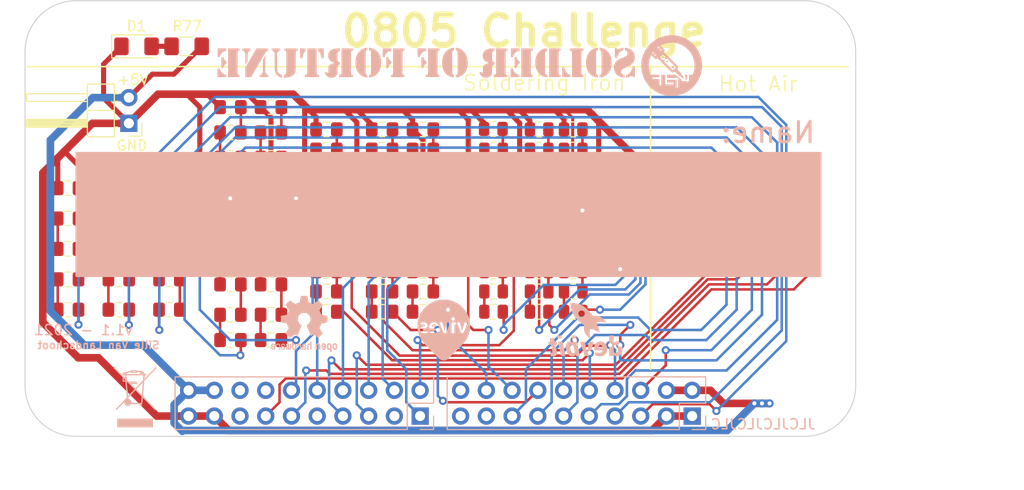
<source format=kicad_pcb>
(kicad_pcb (version 20201116) (generator pcbnew)
  (layers (0 "F.Cu" signal) (31 "B.Cu" signal) (34 "B.Paste" user) (35 "F.Paste" user) (36 "B.SilkS" user "B.Silkscreen") (37 "F.SilkS" user "F.Silkscreen") (38 "B.Mask" user) (39 "F.Mask" user) (44 "Edge.Cuts" user))
  (net 0 "")
  (net 1 "/1P")
  (net 2 "/1G")
  (net 3 "/1F")
  (net 4 "/1E")
  (net 5 "/1D")
  (net 6 "/1C")
  (net 7 "/2A")
  (net 8 "Net-(D1-Pad2)")
  (net 9 "/3A")
  (net 10 "/2P")
  (net 11 "/4A")
  (net 12 "/2G")
  (net 13 "/2F")
  (net 14 "/2E")
  (net 15 "/2D")
  (net 16 "/2C")
  (net 17 "/2B")
  (net 18 "/3P")
  (net 19 "/4P")
  (net 20 "/3G")
  (net 21 "/4G")
  (net 22 "/3F")
  (net 23 "/4F")
  (net 24 "/3E")
  (net 25 "/4E")
  (net 26 "/3D")
  (net 27 "/4D")
  (net 28 "/3C")
  (net 29 "/4C")
  (net 30 "/3B")
  (net 31 "/4B")
  (net 32 "Net-(R1-Pad1)")
  (net 33 "Net-(R2-Pad1)")
  (net 34 "Net-(R22-Pad2)")
  (net 35 "Net-(R23-Pad2)")
  (net 36 "Net-(R24-Pad2)")
  (net 37 "Net-(R25-Pad2)")
  (net 38 "Net-(R26-Pad2)")
  (net 39 "/1B")
  (net 40 "/1A")
  (net 41 "+5V")
  (net 42 "GND")
  (net 43 "Net-(R27-Pad2)")
  (net 44 "Net-(R28-Pad2)")
  (net 45 "Net-(R10-Pad1)")
  (net 46 "Net-(R11-Pad1)")
  (net 47 "Net-(R12-Pad1)")
  (net 48 "Net-(R13-Pad1)")
  (net 49 "Net-(R14-Pad1)")
  (net 50 "Net-(R15-Pad1)")
  (net 51 "Net-(R16-Pad1)")
  (net 52 "Net-(R17-Pad1)")
  (net 53 "Net-(R18-Pad1)")
  (net 54 "Net-(R19-Pad1)")
  (net 55 "Net-(R20-Pad1)")
  (net 56 "Net-(R21-Pad1)")
  (net 57 "Net-(R22-Pad1)")
  (net 58 "Net-(R23-Pad1)")
  (net 59 "Net-(R24-Pad1)")
  (net 60 "Net-(R25-Pad1)")
  (net 61 "Net-(R26-Pad1)")
  (net 62 "Net-(R27-Pad1)")
  (net 63 "Net-(R28-Pad1)")
  (net 64 "Net-(R29-Pad1)")
  (net 65 "Net-(R30-Pad1)")
  (net 66 "Net-(R31-Pad1)")
  (net 67 "Net-(R32-Pad1)")
  (net 68 "Net-(R33-Pad1)")
  (net 69 "Net-(R34-Pad1)")
  (net 70 "Net-(R35-Pad1)")
  (net 71 "Net-(R36-Pad1)")
  (net 72 "Net-(R37-Pad1)")
  (net 73 "Net-(R38-Pad1)")
  (net 74 "Net-(R39-Pad1)")
  (net 75 "Net-(R40-Pad1)")
  (net 76 "Net-(R41-Pad1)")
  (net 77 "Net-(R42-Pad1)")
  (net 78 "Net-(R43-Pad1)")
  (net 79 "Net-(R44-Pad1)")
  (net 80 "Net-(R45-Pad1)")
  (net 81 "Net-(R46-Pad1)")
  (net 82 "Net-(R47-Pad1)")
  (net 83 "Net-(R48-Pad1)")
  (net 84 "Net-(R49-Pad1)")
  (net 85 "Net-(R50-Pad1)")
  (net 86 "Net-(R51-Pad1)")
  (net 87 "Net-(R52-Pad1)")
  (net 88 "Net-(R53-Pad1)")
  (net 89 "Net-(R54-Pad1)")
  (net 90 "Net-(R55-Pad1)")
  (net 91 "Net-(R56-Pad1)")
  (net 92 "Net-(R57-Pad1)")
  (net 93 "Net-(R58-Pad1)")
  (net 94 "Net-(R59-Pad1)")
  (net 95 "Net-(R60-Pad1)")
  (net 96 "Net-(R61-Pad1)")
  (net 97 "Net-(R62-Pad1)")
  (net 98 "Net-(R63-Pad1)")
  (net 99 "Net-(R64-Pad1)")
  (net 100 "Net-(R65-Pad1)")
  (net 101 "Net-(R66-Pad1)")
  (net 102 "Net-(R67-Pad1)")
  (net 103 "Net-(R68-Pad1)")
  (net 104 "Net-(R100-Pad2)")
  (net 105 "Net-(R70-Pad1)")
  (net 106 "Net-(R71-Pad1)")
  (net 107 "Net-(R72-Pad1)")
  (net 108 "Net-(R73-Pad1)")
  (net 109 "Net-(R101-Pad2)")
  (net 110 "Net-(R75-Pad1)")
  (net 111 "Net-(R76-Pad1)")
  (net 112 "Net-(R102-Pad2)")
  (net 113 "Net-(R103-Pad2)")
  (net 114 "Net-(R104-Pad2)")
  (net 115 "Net-(R105-Pad2)")
  (net 116 "Net-(R106-Pad2)")
  (net 117 "Net-(R107-Pad2)")
  (net 118 "Net-(R108-Pad2)")
  (net 119 "Net-(R100-Pad1)")
  (net 120 "Net-(R101-Pad1)")
  (net 121 "Net-(R102-Pad1)")
  (net 122 "Net-(R103-Pad1)")
  (net 123 "Net-(R104-Pad1)")
  (net 124 "Net-(R105-Pad1)")
  (net 125 "Net-(R106-Pad1)")
  (net 126 "Net-(R107-Pad1)")
  (net 127 "Net-(R108-Pad1)")
  (net 128 "Net-(R109-Pad1)")
  (net 129 "Net-(R110-Pad1)")
  (net 130 "Net-(R111-Pad1)")
  (net 131 "Net-(R112-Pad1)")
  (footprint "Resistor_SMD:R_0805_2012Metric_Pad1.15x1.40mm_HandSolder" (layer "F.Cu") (at 83.500002 48.199999)
    (fp_text reference "R62" hide)
    (fp_text value "220R")
  )
  (footprint "Resistor_SMD:R_0805_2012Metric" (layer "F.Cu") (at 107.8625 36.2 180)
    (fp_text reference "R103" hide)
    (fp_text value "220R")
  )
  (footprint "Resistor_SMD:R_0805_2012Metric" (layer "F.Cu") (at 100 50.2 180)
    (fp_text reference "R86" hide)
    (fp_text value "220R")
  )
  (footprint "Resistor_SMD:R_0805_2012Metric_Pad1.15x1.40mm_HandSolder" (layer "F.Cu") (at 74.025 30 180)
    (fp_text reference "R11" hide)
    (fp_text value "220R")
  )
  (footprint "Resistor_SMD:R_0805_2012Metric_Pad1.15x1.40mm_HandSolder" (layer "F.Cu") (at 89.000002 46.199999 180)
    (fp_text reference "R45" hide)
    (fp_text value "220R")
  )
  (footprint "Resistor_SMD:R_0805_2012Metric" (layer "F.Cu") (at 100 34.2)
    (fp_text reference "R27" hide)
    (fp_text value "220R")
  )
  (footprint "Resistor_SMD:R_0805_2012Metric_Pad1.15x1.40mm_HandSolder" (layer "F.Cu") (at 74.025 47.5 180)
    (fp_text reference "R97" hide)
    (fp_text value "220R")
  )
  (footprint "Resistor_SMD:R_0805_2012Metric_Pad1.15x1.40mm_HandSolder" (layer "F.Cu") (at 83.500002 38.199999)
    (fp_text reference "R61" hide)
    (fp_text value "220R")
  )
  (footprint "Resistor_SMD:R_0805_2012Metric" (layer "F.Cu") (at 123.9 41.2 180)
    (fp_text reference "R54" hide)
    (fp_text value "220R")
  )
  (footprint "Resistor_SMD:R_0805_2012Metric" (layer "F.Cu") (at 120.5 45 180)
    (fp_text reference "R92" hide)
    (fp_text value "220R")
  )
  (footprint "Resistor_SMD:R_0805_2012Metric_Pad1.15x1.40mm_HandSolder" (layer "F.Cu") (at 78.025 37.5)
    (fp_text reference "R107" hide)
    (fp_text value "220R")
  )
  (footprint "Resistor_SMD:R_0805_2012Metric" (layer "F.Cu") (at 104.5 48.2)
    (fp_text reference "R111" hide)
    (fp_text value "220R")
  )
  (footprint "Resistor_SMD:R_0805_2012Metric" (layer "F.Cu") (at 111.2875 38.2)
    (fp_text reference "R33" hide)
    (fp_text value "220R")
  )
  (footprint "Resistor_SMD:R_0805_2012Metric_Pad1.15x1.40mm_HandSolder" (layer "F.Cu") (at 74.025 37.5)
    (fp_text reference "R105" hide)
    (fp_text value "220R")
  )
  (footprint "Resistor_SMD:R_1206_3216Metric_Pad1.42x1.75mm_HandSolder" (layer "F.Cu") (at 69.7 24 180)
    (fp_text reference "R77")
    (fp_text value "1K")
  )
  (footprint "Resistor_SMD:R_0805_2012Metric" (layer "F.Cu") (at 120.5 39.3)
    (fp_text reference "R34" hide)
    (fp_text value "220R")
  )
  (footprint "Resistor_SMD:R_0805_2012Metric_Pad1.15x1.40mm_HandSolder" (layer "F.Cu") (at 89.000002 34.199999)
    (fp_text reference "R25" hide)
    (fp_text value "220R")
  )
  (footprint "Resistor_SMD:R_0805_2012Metric_Pad1.15x1.40mm_HandSolder" (layer "F.Cu") (at 93.025002 44.199999)
    (fp_text reference "R69" hide)
    (fp_text value "220R")
  )
  (footprint "Resistor_SMD:R_0805_2012Metric_Pad1.15x1.40mm_HandSolder" (layer "F.Cu") (at 83.500002 44.199999)
    (fp_text reference "R24" hide)
    (fp_text value "220R")
  )
  (footprint "Resistor_SMD:R_0805_2012Metric" (layer "F.Cu") (at 107.8625 44.2)
    (fp_text reference "R32" hide)
    (fp_text value "220R")
  )
  (footprint "Resistor_SMD:R_0805_2012Metric" (layer "F.Cu") (at 123.9 39.3)
    (fp_text reference "R35" hide)
    (fp_text value "220R")
  )
  (footprint "Resistor_SMD:R_0805_2012Metric_Pad1.15x1.40mm_HandSolder" (layer "F.Cu") (at 93.025002 32.199999 180)
    (fp_text reference "R29" hide)
    (fp_text value "220R")
  )
  (footprint "Resistor_SMD:R_0805_2012Metric_Pad1.15x1.40mm_HandSolder" (layer "F.Cu") (at 58 47)
    (fp_text reference "R58" hide)
    (fp_text value "220R")
  )
  (footprint "Resistor_SMD:R_0805_2012Metric_Pad1.15x1.40mm_HandSolder" (layer "F.Cu") (at 78.025 40 180)
    (fp_text reference "R116" hide)
    (fp_text value "220R")
  )
  (footprint "Resistor_SMD:R_0805_2012Metric" (layer "F.Cu") (at 111.2875 36.2 180)
    (fp_text reference "R14" hide)
    (fp_text value "220R")
  )
  (footprint "Resistor_SMD:R_0805_2012Metric_Pad1.15x1.40mm_HandSolder" (layer "F.Cu") (at 78.025 47.5 180)
    (fp_text reference "R41" hide)
    (fp_text value "220R")
  )
  (footprint "Resistor_SMD:R_0805_2012Metric" (layer "F.Cu") (at 127.3 43.1)
    (fp_text reference "R75" hide)
    (fp_text value "220R")
  )
  (footprint "Resistor_SMD:R_0805_2012Metric_Pad1.15x1.40mm_HandSolder" (layer "F.Cu") (at 63 50 180)
    (fp_text reference "R79" hide)
    (fp_text value "220R")
  )
  (footprint "Resistor_SMD:R_0805_2012Metric_Pad1.15x1.40mm_HandSolder" (layer "F.Cu") (at 68 41 180)
    (fp_text reference "R49" hide)
    (fp_text value "220R")
  )
  (footprint "Resistor_SMD:R_0805_2012Metric_Pad1.15x1.40mm_HandSolder" (layer "F.Cu") (at 74.025 35 180)
    (fp_text reference "R94" hide)
    (fp_text value "220R")
  )
  (footprint "Resistor_SMD:R_0805_2012Metric_Pad1.15x1.40mm_HandSolder" (layer "F.Cu") (at 68 47 180)
    (fp_text reference "R104" hide)
    (fp_text value "220R")
  )
  (footprint "Resistor_SMD:R_0805_2012Metric_Pad1.15x1.40mm_HandSolder" (layer "F.Cu") (at 58 41)
    (fp_text reference "R20" hide)
    (fp_text value "220R")
  )
  (footprint "Resistor_SMD:R_0805_2012Metric_Pad1.15x1.40mm_HandSolder" (layer "F.Cu") (at 74.025 32.5)
    (fp_text reference "R50" hide)
    (fp_text value "220R")
  )
  (footprint "Resistor_SMD:R_0805_2012Metric" (layer "F.Cu") (at 99.975 36.2 180)
    (fp_text reference "R46" hide)
    (fp_text value "220R")
  )
  (footprint "Resistor_SMD:R_0805_2012Metric" (layer "F.Cu") (at 120.5 37.4 180)
    (fp_text reference "R15" hide)
    (fp_text value "220R")
  )
  (footprint "Connector_PinHeader_2.54mm:PinHeader_1x02_P2.54mm_Horizontal" (layer "F.Cu") (at 64 31.6 180)
    (fp_text reference "J3" hide)
    (fp_text value "Conn_01x02")
  )
  (footprint "Resistor_SMD:R_0805_2012Metric" (layer "F.Cu") (at 107.8625 32.2 180)
    (fp_text reference "R48" hide)
    (fp_text value "220R")
  )
  (footprint "Resistor_SMD:R_0805_2012Metric_Pad1.15x1.40mm_HandSolder" (layer "F.Cu") (at 68 44)
    (fp_text reference "R89" hide)
    (fp_text value "220R")
  )
  (footprint "Resistor_SMD:R_0805_2012Metric_Pad1.15x1.40mm_HandSolder" (layer "F.Cu") (at 63 47)
    (fp_text reference "R59" hide)
    (fp_text value "220R")
  )
  (footprint "Resistor_SMD:R_0805_2012Metric_Pad1.15x1.40mm_HandSolder" (layer "F.Cu") (at 89.000002 42.199999 180)
    (fp_text reference "R7" hide)
    (fp_text value "220R")
  )
  (footprint "Resistor_SMD:R_0805_2012Metric" (layer "F.Cu") (at 120.5 41.2 180)
    (fp_text reference "R53" hide)
    (fp_text value "220R")
  )
  (footprint "Resistor_SMD:R_0805_2012Metric_Pad1.15x1.40mm_HandSolder" (layer "F.Cu") (at 93.025002 42.199999 180)
    (fp_text reference "R30" hide)
    (fp_text value "220R")
  )
  (footprint "Resistor_SMD:R_0805_2012Metric" (layer "F.Cu") (at 107.8625 42.2 180)
    (fp_text reference "R13" hide)
    (fp_text value "220R")
  )
  (footprint "Resistor_SMD:R_0805_2012Metric_Pad1.15x1.40mm_HandSolder" (layer "F.Cu") (at 83.500002 46.199999 180)
    (fp_text reference "R43" hide)
    (fp_text value "220R")
  )
  (footprint "Resistor_SMD:R_0805_2012Metric" (layer "F.Cu") (at 130.7 37.4 180)
    (fp_text reference "R19" hide)
    (fp_text value "220R")
  )
  (footprint "MountingHole:MountingHole_3.2mm_M3" (layer "F.Cu") (at 57.75 23.6)
    (fp_text reference "H1" hide)
    (fp_text value "MountingHole")
  )
  (footprint "Resistor_SMD:R_0805_2012Metric" (layer "F.Cu") (at 111.2875 44.2 180)
    (fp_text reference "R91" hide)
    (fp_text value "220R")
  )
  (footprint "LED_SMD:LED_1206_3216Metric_Pad1.42x1.75mm_HandSolder" (layer "F.Cu") (at 64.75 24)
    (fp_text reference "D1")
    (fp_text value "LED")
  )
  (footprint "Resistor_SMD:R_0805_2012Metric_Pad1.15x1.40mm_HandSolder" (layer "F.Cu") (at 93.025002 38.199999)
    (fp_text reference "R108" hide)
    (fp_text value "220R")
  )
  (footprint "Resistor_SMD:R_0805_2012Metric_Pad1.15x1.40mm_HandSolder" (layer "F.Cu") (at 89.000002 50.199999 180)
    (fp_text reference "R84" hide)
    (fp_text value "220R")
  )
  (footprint "Resistor_SMD:R_0805_2012Metric_Pad1.15x1.40mm_HandSolder" (layer "F.Cu") (at 74.025 40 180)
    (fp_text reference "R114" hide)
    (fp_text value "220R")
  )
  (footprint "Resistor_SMD:R_0805_2012Metric" (layer "F.Cu") (at 104.5 46.2 180)
    (fp_text reference "R102" hide)
    (fp_text value "220R")
  )
  (footprint "Resistor_SMD:R_0805_2012Metric_Pad1.15x1.40mm_HandSolder" (layer "F.Cu") (at 74.025 50.5)
    (fp_text reference "R106" hide)
    (fp_text value "220R")
  )
  (footprint "MountingHole:MountingHole_3.2mm_M3" (layer "F.Cu") (at 131.75 23.5)
    (fp_text reference "H2" hide)
    (fp_text value "MountingHole")
  )
  (footprint "Resistor_SMD:R_0805_2012Metric" (layer "F.Cu") (at 127.3 37.4 180)
    (fp_text reference "R18" hide)
    (fp_text value "220R")
  )
  (footprint "Resistor_SMD:R_0805_2012Metric_Pad1.15x1.40mm_HandSolder" (layer "F.Cu") (at 58 50 180)
    (fp_text reference "R78" hide)
    (fp_text value "220R")
  )
  (footprint "Resistor_SMD:R_0805_2012Metric_Pad1.15x1.40mm_HandSolder" (layer "F.Cu") (at 83.500002 50.199999 180)
    (fp_text reference "R82" hide)
    (fp_text value "220R")
  )
  (footprint "Resistor_SMD:R_0805_2012Metric" (layer "F.Cu") (at 104.5 44.2)
    (fp_text reference "R87" hide)
    (fp_text value "220R")
  )
  (footprint "Resistor_SMD:R_0805_2012Metric_Pad1.15x1.40mm_HandSolder" (layer "F.Cu") (at 63 41)
    (fp_text reference "R21" hide)
    (fp_text value "220R")
  )
  (footprint "Resistor_SMD:R_0805_2012Metric_Pad1.15x1.40mm_HandSolder" (layer "F.Cu") (at 83.500002 40.199999 180)
    (fp_text reference "R81" hide)
    (fp_text value "220R")
  )
  (footprint "Resistor_SMD:R_0805_2012Metric_Pad1.15x1.40mm_HandSolder" (layer "F.Cu") (at 58 44 180)
    (fp_text reference "R39" hide)
    (fp_text value "220R")
  )
  (footprint "Resistor_SMD:R_0805_2012Metric" (layer "F.Cu") (at 130.7 41.2 180)
    (fp_text reference "R57" hide)
    (fp_text value "220R")
  )
  (footprint "Resistor_SMD:R_0805_2012Metric_Pad1.15x1.40mm_HandSolder" (layer "F.Cu") (at 74.025 45)
    (fp_text reference "R55" hide)
    (fp_text value "220R")
  )
  (footprint "Resistor_SMD:R_0805_2012Metric_Pad1.15x1.40mm_HandSolder" (layer "F.Cu") (at 83.500002 36.199999 180)
    (fp_text reference "R42" hide)
    (fp_text value "220R")
  )
  (footprint "Resistor_SMD:R_0805_2012Metric_Pad1.15x1.40mm_HandSolder" (layer "F.Cu") (at 63 38 180)
    (fp_text reference "R2" hide)
    (fp_text value "220R")
  )
  (footprint "Resistor_SMD:R_0805_2012Metric" (layer "F.Cu") (at 99.975 40.2 180)
    (fp_text reference "R85" hide)
    (fp_text value "220R")
  )
  (footprint "Resistor_SMD:R_0805_2012Metric" (layer "F.Cu") (at 130.7 45 180)
    (fp_text reference "R96" hide)
    (fp_text value "220R")
  )
  (footprint "Resistor_SMD:R_0805_2012Metric_Pad1.15x1.40mm_HandSolder" (layer "F.Cu") (at 68 50)
    (fp_text reference "R113" hide)
    (fp_text value "220R")
  )
  (footprint "Resistor_SMD:R_0805_2012Metric_Pad1.15x1.40mm_HandSolder" (layer "F.Cu") (at 63 44 180)
    (fp_text reference "R40" hide)
    (fp_text value "220R")
  )
  (footprint "Resistor_SMD:R_0805_2012Metric_Pad1.15x1.40mm_HandSolder" (layer "F.Cu") (at 93.025002 46.199999 180)
    (fp_text reference "R100" hide)
    (fp_text value "220R")
  )
  (footprint "Resistor_SMD:R_0805_2012Metric_Pad1.15x1.40mm_HandSolder" (layer "F.Cu") (at 93.025002 40.199999 180)
    (fp_text reference "R117" hide)
    (fp_text value "220R")
  )
  (footprint "Resistor_SMD:R_0805_2012Metric_Pad1.15x1.40mm_HandSolder" (layer "F.Cu") (at 89.000002 32.199999 180)
    (fp_text reference "R6" hide)
    (fp_text value "220R")
  )
  (footprint "Resistor_SMD:R_0805_2012Metric_Pad1.15x1.40mm_HandSolder" (layer "F.Cu") (at 93.025002 48.199999)
    (fp_text reference "R109" hide)
    (fp_text value "220R")
  )
  (footprint "Resistor_SMD:R_0805_2012Metric" (layer "F.Cu") (at 123.9 45 180)
    (fp_text reference "R93" hide)
    (fp_text value "220R")
  )
  (footprint "Resistor_SMD:R_0805_2012Metric_Pad1.15x1.40mm_HandSolder" (layer "F.Cu") (at 74.025 53 180)
    (fp_text reference "R115" hide)
    (fp_text value "220R")
  )
  (footprint "Resistor_SMD:R_0805_2012Metric" (layer "F.Cu") (at 107.8625 50.2 180)
    (fp_text reference "R90" hide)
    (fp_text value "220R")
  )
  (footprint "Resistor_SMD:R_0805_2012Metric_Pad1.15x1.40mm_HandSolder" (layer "F.Cu") (at 58 38 180)
    (fp_text reference "R1" hide)
    (fp_text value "220R")
  )
  (footprint "Resistor_SMD:R_0805_2012Metric_Pad1.15x1.40mm_HandSolder" (layer "F.Cu") (at 93.025002 50.199999 180)
    (fp_text reference "R118" hide)
    (fp_text value "220R")
  )
  (footprint "Resistor_SMD:R_0805_2012Metric_Pad1.15x1.40mm_HandSolder" (layer "F.Cu") (at 83.500002 32.199999 180)
    (fp_text reference "R4" hide)
    (fp_text value "220R")
  )
  (footprint "Resistor_SMD:R_0805_2012Metric_Pad1.15x1.40mm_HandSolder" (layer "F.Cu") (at 93.025002 36.199999 180)
    (fp_text reference "R99" hide)
    (fp_text value "220R")
  )
  (footprint "Resistor_SMD:R_0805_2012Metric" (layer "F.Cu") (at 111.2875 42.2)
    (fp_text reference "R71" hide)
    (fp_text value "220R")
  )
  (footprint "Resistor_SMD:R_0805_2012Metric" (layer "F.Cu") (at 100 44.2)
    (fp_text reference "R28" hide)
    (fp_text value "220R")
  )
  (footprint "Resistor_SMD:R_0805_2012Metric" (layer "F.Cu") (at 107.8625 40.2 180)
    (fp_text reference "R121" hide)
    (fp_text value "220R")
  )
  (footprint "Resistor_SMD:R_0805_2012Metric_Pad1.15x1.40mm_HandSolder" (layer "F.Cu") (at 89.000002 40.199999 180)
    (fp_text reference "R83" hide)
    (fp_text value "220R")
  )
  (footprint "Resistor_SMD:R_0805_2012Metric" (layer "F.Cu") (at 100 42.2 180)
    (fp_text reference "R9" hide)
    (fp_text value "220R")
  )
  (footprint "MountingHole:MountingHole_3.2mm_M3" (layer "F.Cu") (at 131.75 58.5)
    (fp_text reference "H4" hide)
    (fp_text value "MountingHole")
  )
  (footprint "Resistor_SMD:R_0805_2012Metric_Pad1.15x1.40mm_HandSolder" (layer "F.Cu") (at 78.025 35 180)
    (fp_text reference "R98" hide)
    (fp_text value "220R")
  )
  (footprint "Resistor_SMD:R_0805_2012Metric" (layer "F.Cu") (at 127.3 39.3)
    (fp_text reference "R37" hide)
    (fp_text value "220R")
  )
  (footprint "Resistor_SMD:R_0805_2012Metric_Pad1.15x1.40mm_HandSolder" (layer "F.Cu") (at 83.500002 42.199999 180)
    (fp_text reference "R5" hide)
    (fp_text value "220R")
  )
  (footprint "Resistor_SMD:R_0805_2012Metric_Pad1.15x1.40mm_HandSolder" (layer "F.Cu") (at 68 38)
    (fp_text reference "R10" hide)
    (fp_text value "220R")
  )
  (footprint "Resistor_SMD:R_0805_2012Metric_Pad1.15x1.40mm_HandSolder" (layer "F.Cu") (at 78.025 30 180)
    (fp_text reference "R17" hide)
    (fp_text value "220R")
  )
  (footprint "Resistor_SMD:R_0805_2012Metric" (layer "F.Cu") (at 107.8625 34.2)
    (fp_text reference "R88" hide)
    (fp_text value "220R")
  )
  (footprint "Resistor_SMD:R_0805_2012Metric" (layer "F.Cu") (at 123.9 43.1)
    (fp_text reference "R73" hide)
    (fp_text value "220R")
  )
  (footprint "Resistor_SMD:R_0805_2012Metric_Pad1.15x1.40mm_HandSolder" (layer "F.Cu") (at 93.025002 34.199999)
    (fp_text reference "R68" hide)
    (fp_text value "220R")
  )
  (footprint "Resistor_SMD:R_0805_2012Metric" (layer "F.Cu") (at 127.3 41.2 180)
    (fp_text reference "R56" hide)
    (fp_text value "220R")
  )
  (footprint "Resistor_SMD:R_0805_2012Metric" (layer "F.Cu") (at 104.5 50.2 180)
    (fp_text reference "R120" hide)
    (fp_text value "220R")
  )
  (footprint "Resistor_SMD:R_0805_2012Metric_Pad1.15x1.40mm_HandSolder" (layer "F.Cu") (at 89.000002 48.199999)
    (fp_text reference "R64" hide)
    (fp_text value "220R")
  )
  (footprint "Resistor_SMD:R_0805_2012Metric" (layer "F.Cu") (at 104.5 34.2)
    (fp_text reference "R74" hide)
    (fp_text value "220R")
  )
  (footprint "Resistor_SMD:R_0805_2012Metric_Pad1.15x1.40mm_HandSolder" (layer "F.Cu") (at 78.025 45)
    (fp_text reference "R22" hide)
    (fp_text value "220R")
  )
  (footprint "Resistor_SMD:R_0805_2012Metric" (layer "F.Cu") (at 120.5 43.1)
    (fp_text reference "R72" hide)
    (fp_text value "220R")
  )
  (footprint "Resistor_SMD:R_0805_2012Metric" (layer "F.Cu") (at 99.975 38.2)
    (fp_text reference "R65" hide)
    (fp_text value "220R")
  )
  (footprint "Resistor_SMD:R_0805_2012Metric" (layer "F.Cu") (at 123.9 37.4 180)
    (fp_text reference "R16" hide)
    (fp_text value "220R")
  )
  (footprint "Resistor_SMD:R_0805_2012Metric_Pad1.15x1.40mm_HandSolder" (layer "F.Cu") (at 78.025 53 180)
    (fp_text reference "R80" hide)
    (fp_text value "220R")
  )
  (footprint "MountingHole:MountingHole_3.2mm_M3" (layer "F.Cu") (at 57.75 58.5)
    (fp_text reference "H3" hide)
    (fp_text value "MountingHole")
  )
  (footprint "Resistor_SMD:R_0805_2012Metric" (layer "F.Cu") (at 100 48.2)
    (fp_text reference "R66" hide)
    (fp_text value "220R")
  )
  (footprint "Resistor_SMD:R_0805_2012Metric_Pad1.15x1.40mm_HandSolder" (layer "F.Cu") (at 89.000002 36.199999 180)
    (fp_text reference "R44" hide)
    (fp_text value "220R")
  )
  (footprint "Resistor_SMD:R_0805_2012Metric" (layer "F.Cu") (at 107.8625 48.2)
    (fp_text reference "R70" hide)
    (fp_text value "220R")
  )
  (footprint "Resistor_SMD:R_0805_2012Metric_Pad1.15x1.40mm_HandSolder" (layer "F.Cu") (at 89.000002 44.199999)
    (fp_text reference "R26" hide)
    (fp_text value "220R")
  )
  (footprint "Resistor_SMD:R_0805_2012Metric_Pad1.15x1.40mm_HandSolder" (layer "F.Cu") (at 78.025 32.5)
    (fp_text reference "R67" hide)
    (fp_text value "220R")
  )
  (footprint "Resistor_SMD:R_0805_2012Metric_Pad1.15x1.40mm_HandSolder" (layer "F.Cu") (at 78.025 50.5)
    (fp_text reference "R60" hide)
    (fp_text value "220R")
  )
  (footprint "Resistor_SMD:R_0805_2012Metric_Pad1.15x1.40mm_HandSolder" (layer "F.Cu") (at 89.000002 38.199999)
    (fp_text reference "R63" hide)
    (fp_text value "220R")
  )
  (footprint "Resistor_SMD:R_0805_2012Metric" (layer "F.Cu") (at 100 46.2 180)
    (fp_text reference "R47" hide)
    (fp_text value "220R")
  )
  (footprint "Resistor_SMD:R_0805_2012Metric_Pad1.15x1.40mm_HandSolder" (layer "F.Cu") (at 74.025 42.5 180)
    (fp_text reference "R12" hide)
    (fp_text value "220R")
  )
  (footprint "Resistor_SMD:R_0805_2012Metric" (layer "F.Cu") (at 104.5 38.2)
    (fp_text reference "R110" hide)
    (fp_text value "220R")
  )
  (footprint "Resistor_SMD:R_0805_2012Metric" (layer "F.Cu") (at 111.2875 40.2 180)
    (fp_text reference "R52" hide)
    (fp_text value "220R")
  )
  (footprint "Resistor_SMD:R_0805_2012Metric_Pad1.15x1.40mm_HandSolder" (layer "F.Cu") (at 78.025 42.5 180)
    (fp_text reference "R3" hide)
    (fp_text value "220R")
  )
  (footprint "Resistor_SMD:R_0805_2012Metric" (layer "F.Cu") (at 130.7 43.1)
    (fp_text reference "R76" hide)
    (fp_text value "220R")
  )
  (footprint "Resistor_SMD:R_0805_2012Metric" (layer "F.Cu") (at 107.8625 46.2 180)
    (fp_text reference "R51" hide)
    (fp_text value "220R")
  )
  (footprint "Resistor_SMD:R_0805_2012Metric" (layer "F.Cu") (at 104.5 36.2 180)
    (fp_text reference "R101" hide)
    (fp_text value "220R")
  )
  (footprint "Resistor_SMD:R_0805_2012Metric_Pad1.15x1.40mm_HandSolder" (layer "F.Cu") (at 83.500002 34.199999)
    (fp_text reference "R23" hide)
    (fp_text value "220R")
  )
  (footprint "Resistor_SMD:R_0805_2012Metric" (layer "F.Cu") (at 127.3 45 180)
    (fp_text reference "R95" hide)
    (fp_text value "220R")
  )
  (footprint "Resistor_SMD:R_0805_2012Metric" (layer "F.Cu") (at 104.5 32.2 180)
    (fp_text reference "R31" hide)
    (fp_text value "220R")
  )
  (footprint "Resistor_SMD:R_0805_2012Metric" (layer "F.Cu") (at 107.8625 38.2)
    (fp_text reference "R112" hide)
    (fp_text value "220R")
  )
  (footprint "Resistor_SMD:R_0805_2012Metric" (layer "F.Cu") (at 104.5 42.2 180)
    (fp_text reference "R36" hide)
    (fp_text value "220R")
  )
  (footprint "Resistor_SMD:R_0805_2012Metric" (layer "F.Cu") (at 130.7 39.3)
    (fp_text reference "R38" hide)
    (fp_text value "220R")
  )
  (footprint "Resistor_SMD:R_0805_2012Metric" (layer "F.Cu") (at 104.5 40.2 180)
    (fp_text reference "R119" hide)
    (fp_text value "220R")
  )
  (footprint "Resistor_SMD:R_0805_2012Metric" (layer "F.Cu") (at 99.975 32.15 180)
    (fp_text reference "R8" hide)
    (fp_text value "220R")
  )
  (footprint "solder of fortune:logo_vives_6mm" (layer "B.Cu") (at 95.1 52.1 180)
    (fp_text reference "REF**" hide)
    (fp_text value "logo_vives_6mm" hide)
  )
  (footprint "Symbol:OSHW-Logo2_7.3x6mm_SilkScreen" (layer "B.Cu") (at 81.3 51.4 180)
    (fp_text reference "REF**" hide)
    (fp_text value "OSHW-Logo2_7.3x6mm_SilkScreen" hide)
  )
  (footprint "Connector_PinHeader_2.54mm:PinHeader_2x10_P2.54mm_Vertical" (layer "B.Cu") (at 119.61 60.5 90)
    (fp_text reference "J1" hide)
    (fp_text value "Conn_02x10_Odd_Even")
  )
  (footprint "solder of fortune:logo_sof_single_6mm" (layer "B.Cu") (at 96.6 25.9 180)
    (fp_text reference "REF**" hide)
    (fp_text value "logo_sof_single_6mm")
  )
  (footprint "Symbol:WEEE-Logo_4.2x6mm_SilkScreen" (layer "B.Cu") (at 64.6 58.6 180)
    (fp_text reference "REF**" hide)
    (fp_text value "WEEE-Logo_4.2x6mm_SilkScreen" hide)
  )
  (footprint "Connector_PinHeader_2.54mm:PinHeader_2x10_P2.54mm_Vertical" (layer "B.Cu") (at 92.75 60.5 90)
    (fp_text reference "J2" hide)
    (fp_text value "Conn_02x10_Odd_Even")
  )
  (footprint "solder of fortune:logo_devbit_6mm" (layer "B.Cu") (at 109.1 52.3 180)
    (fp_text reference "REF**" hide)
    (fp_text value "logo_devbit_6mm" hide)
  )
  (gr_rect (start 58.8 34.5) (end 132.3 46.7) (layer "B.SilkS") (width 0.15) (fill solid))
  (gr_line (start 115.5 26) (end 115.5 55.9) (layer "F.SilkS") (width 0.15))
  (gr_line (start 54 26) (end 135 26) (layer "F.SilkS") (width 0.15))
  (gr_arc (start 58.75 24.5) (end 53.75 24.5) (angle 90) (layer "Edge.Cuts") (width 0.1))
  (gr_arc (start 130.75 57.5) (end 135.75 57.5) (angle 90) (layer "Edge.Cuts") (width 0.1))
  (gr_line (start 53.75 24.5) (end 53.75 57.5) (layer "Edge.Cuts") (width 0.1))
  (gr_arc (start 58.75 57.5) (end 58.75 62.5) (angle 90) (layer "Edge.Cuts") (width 0.1))
  (gr_line (start 135.75 57.5) (end 135.75 24.5) (layer "Edge.Cuts") (width 0.1))
  (gr_line (start 58.75 62.5) (end 130.75 62.5) (layer "Edge.Cuts") (width 0.1))
  (gr_arc (start 130.75 24.5) (end 130.75 19.5) (angle 90) (layer "Edge.Cuts") (width 0.1))
  (gr_line (start 130.75 19.5) (end 58.75 19.5) (layer "Edge.Cuts") (width 0.1))
  (gr_text "JLCJLCJLCJLC" (at 126.6 61.3) (layer "B.SilkS") (effects (font (size 1 1)) (justify mirror)))
  (gr_text "v1.1 - 2021" (at 59.5 52) (layer "B.SilkS") (effects (font (size 1 1)) (justify mirror)))
  (gr_text "Name:" (at 127.1 32.5) (layer "B.SilkS") (effects (font (size 2 2) (thickness 0.3)) (justify mirror)))
  (gr_text "Sille Van Landschoot\n" (at 61 53.5) (layer "B.SilkS") (effects (font (size 0.75 0.75)) (justify mirror)))
  (gr_text "Soldering Iron" (at 105 27.6) (layer "F.SilkS") (effects (font (size 1.5 1.5))))
  (gr_text "GND" (at 64.3 33.8) (layer "F.SilkS") (effects (font (size 1 1))))
  (gr_text "0805 Challenge" (at 103 22.5) (layer "F.SilkS") (effects (font (size 3 3) (thickness 0.6))))
  (gr_text "Hot Air" (at 126.1 27.7) (layer "F.SilkS") (effects (font (size 1.5 1.5))))
  (gr_text "+5V" (at 64.4 27.3) (layer "F.SilkS") (effects (font (size 1 1))))
  (segment (start 79.5 40) (end 80.5 39) (width 0.25) (layer "F.Cu") (net 3))
  (segment (start 79.05 40) (end 79.5 40) (width 0.25) (layer "F.Cu") (net 3))
  (via (at 80.5 39) (size 0.8) (drill 0.4) (layers "F.Cu" "B.Cu") (net 3))
  (segment (start 80.5 37) (end 80.5 39) (width 0.25) (layer "B.Cu") (net 3))
  (segment (start 103.194999 55.878003) (end 108.298003 50.774999) (width 0.25) (layer "B.Cu") (net 3))
  (segment (start 115.5 52) (end 120.5 52) (width 0.25) (layer "B.Cu") (net 3))
  (segment (start 114.274999 50.774999) (end 115.5 52) (width 0.25) (layer "B.Cu") (net 3))
  (segment (start 121 35) (end 82.5 35) (width 0.25) (layer "B.Cu") (net 3))
  (segment (start 103.194999 59.135001) (end 103.194999 55.878003) (width 0.25) (layer "B.Cu") (net 3))
  (segment (start 101.83 60.5) (end 103.194999 59.135001) (width 0.25) (layer "B.Cu") (net 3))
  (segment (start 120.5 52) (end 123 49.5) (width 0.25) (layer "B.Cu") (net 3))
  (segment (start 108.298003 50.774999) (end 114.274999 50.774999) (width 0.25) (layer "B.Cu") (net 3))
  (segment (start 123 37) (end 121 35) (width 0.25) (layer "B.Cu") (net 3))
  (segment (start 82.5 35) (end 80.5 37) (width 0.25) (layer "B.Cu") (net 3))
  (segment (start 123 49.5) (end 123 37) (width 0.25) (layer "B.Cu") (net 3))
  (segment (start 75.05 54.45) (end 75 54.5) (width 0.25) (layer "F.Cu") (net 4))
  (segment (start 112.512801 52.487199) (end 113.5 51.5) (width 0.25) (layer "F.Cu") (net 4))
  (segment (start 75.05 53) (end 75.05 54.45) (width 0.25) (layer "F.Cu") (net 4))
  (segment (start 112.512801 53.487701) (end 112.512801 52.487199) (width 0.25) (layer "F.Cu") (net 4))
  (via (at 113.5 51.5) (size 0.8) (drill 0.4) (layers "F.Cu" "B.Cu") (net 4))
  (via (at 75 54.5) (size 0.8) (drill 0.4) (layers "F.Cu" "B.Cu") (net 4))
  (via (at 112.512801 53.487701) (size 0.8) (drill 0.4) (layers "F.Cu" "B.Cu") (net 4))
  (segment (start 112.5 53.5) (end 112.500502 53.5) (width 0.25) (layer "B.Cu") (net 4))
  (segment (start 75 54.5) (end 73 54.5) (width 0.25) (layer "B.Cu") (net 4))
  (segment (start 122 55) (end 112.5 55) (width 0.25) (layer "B.Cu") (net 4))
  (segment (start 69.5 51) (end 69.5 37) (width 0.25) (layer "B.Cu") (net 4))
  (segment (start 69.5 37) (end 74.5 32) (width 0.25) (layer "B.Cu") (net 4))
  (segment (start 112.5 55) (end 112.5 53.5) (width 0.25) (layer "B.Cu") (net 4))
  (segment (start 105.734999 59.135001) (end 105.734999 54.265001) (width 0.25) (layer "B.Cu") (net 4))
  (segment (start 105.734999 54.265001) (end 108.5 51.5) (width 0.25) (layer "B.Cu") (net 4))
  (segment (start 126.5 50.5) (end 122 55) (width 0.25) (layer "B.Cu") (net 4))
  (segment (start 112.500502 53.5) (end 112.512801 53.487701) (width 0.25) (layer "B.Cu") (net 4))
  (segment (start 124 32) (end 126.5 34.5) (width 0.25) (layer "B.Cu") (net 4))
  (segment (start 104.37 60.5) (end 105.734999 59.135001) (width 0.25) (layer "B.Cu") (net 4))
  (segment (start 108.5 51.5) (end 113.5 51.5) (width 0.25) (layer "B.Cu") (net 4))
  (segment (start 126.5 34.5) (end 126.5 50.5) (width 0.25) (layer "B.Cu") (net 4))
  (segment (start 73 54.5) (end 69.5 51) (width 0.25) (layer "B.Cu") (net 4))
  (segment (start 74.5 32) (end 124 32) (width 0.25) (layer "B.Cu") (net 4))
  (segment (start 75.05 40) (end 75 40) (width 0.25) (layer "F.Cu") (net 5))
  (segment (start 75 40) (end 74 39) (width 0.25) (layer "F.Cu") (net 5))
  (via (at 74 39) (size 0.8) (drill 0.4) (layers "F.Cu" "B.Cu") (net 5))
  (segment (start 124 36.5) (end 124 50) (width 0.25) (layer "B.Cu") (net 5))
  (segment (start 108.274999 59.135001) (end 108.274999 54.225001) (width 0.25) (layer "B.Cu") (net 5))
  (segment (start 121 53) (end 115.5 53) (width 0.25) (layer "B.Cu") (net 5))
  (segment (start 108.274999 54.225001) (end 110 52.5) (width 0.25) (layer "B.Cu") (net 5))
  (segment (start 106.91 60.5) (end 108.274999 59.135001) (width 0.25) (layer "B.Cu") (net 5))
  (segment (start 121.5 34) (end 124 36.5) (width 0.25) (layer "B.Cu") (net 5))
  (segment (start 74 35.5) (end 75.5 34) (width 0.25) (layer "B.Cu") (net 5))
  (segment (start 115 52.5) (end 115.5 53) (width 0.25) (layer "B.Cu") (net 5))
  (segment (start 75.5 34) (end 121.5 34) (width 0.25) (layer "B.Cu") (net 5))
  (segment (start 74 39) (end 74 35.5) (width 0.25) (layer "B.Cu") (net 5))
  (segment (start 110 52.5) (end 115 52.5) (width 0.25) (layer "B.Cu") (net 5))
  (segment (start 124 50) (end 121 53) (width 0.25) (layer "B.Cu") (net 5))
  (segment (start 66.975 51.975) (end 67 52) (width 0.25) (layer "F.Cu") (net 6))
  (segment (start 66.975 50) (end 66.975 51.975) (width 0.25) (layer "F.Cu") (net 6))
  (via (at 67 52) (size 0.8) (drill 0.4) (layers "F.Cu" "B.Cu") (net 6))
  (segment (start 123 56) (end 114 56) (width 0.25) (layer "B.Cu") (net 6))
  (segment (start 110.625001 59.324999) (end 109.45 60.5) (width 0.25) (layer "B.Cu") (net 6))
  (segment (start 113.165001 56.834999) (end 114 56) (width 0.25) (layer "B.Cu") (net 6))
  (segment (start 128 51) (end 123 56) (width 0.25) (layer "B.Cu") (net 6))
  (segment (start 113.165001 58.524001) (end 113.165001 56.834999) (width 0.25) (layer "B.Cu") (net 6))
  (segment (start 67 38) (end 74 31) (width 0.25) (layer "B.Cu") (net 6))
  (segment (start 110.625001 59.324999) (end 112.364003 59.324999) (width 0.25) (layer "B.Cu") (net 6))
  (segment (start 67 52) (end 67 38) (width 0.25) (layer "B.Cu") (net 6))
  (segment (start 112.364003 59.324999) (end 113.165001 58.524001) (width 0.25) (layer "B.Cu") (net 6))
  (segment (start 125.5 31) (end 128 33.5) (width 0.25) (layer "B.Cu") (net 6))
  (segment (start 74 31) (end 125.5 31) (width 0.25) (layer "B.Cu") (net 6))
  (segment (start 128 33.5) (end 128 51) (width 0.25) (layer "B.Cu") (net 6))
  (segment (start 79.05 53) (end 80.5 53) (width 0.25) (layer "F.Cu") (net 7))
  (segment (start 117 55.49) (end 117 54) (width 0.25) (layer "F.Cu") (net 7))
  (segment (start 114.53 57.96) (end 117 55.49) (width 0.25) (layer "F.Cu") (net 7))
  (via (at 117 54) (size 0.8) (drill 0.4) (layers "F.Cu" "B.Cu") (net 7))
  (via (at 80.5 53) (size 0.8) (drill 0.4) (layers "F.Cu" "B.Cu") (net 7))
  (segment (start 71 50) (end 71 36.5) (width 0.25) (layer "B.Cu") (net 7))
  (segment (start 80.5 53) (end 74 53) (width 0.25) (layer "B.Cu") (net 7))
  (segment (start 123 33) (end 125.5 35.5) (width 0.25) (layer "B.Cu") (net 7))
  (segment (start 121.5 54) (end 117 54) (width 0.25) (layer "B.Cu") (net 7))
  (segment (start 71 36.5) (end 74.5 33) (width 0.25) (layer "B.Cu") (net 7))
  (segment (start 74 53) (end 71 50) (width 0.25) (layer "B.Cu") (net 7))
  (segment (start 125.5 35.5) (end 125.5 50) (width 0.25) (layer "B.Cu") (net 7))
  (segment (start 74.5 33) (end 123 33) (width 0.25) (layer "B.Cu") (net 7))
  (segment (start 125.5 50) (end 121.5 54) (width 0.25) (layer "B.Cu") (net 7))
  (segment (start 66.2375 24) (end 68.2125 24) (width 0.5) (layer "F.Cu") (net 8))
  (segment (start 101.7 40.2) (end 102 40.5) (width 0.25) (layer "F.Cu") (net 9))
  (segment (start 102 52.073002) (end 100.573002 53.5) (width 0.25) (layer "F.Cu") (net 9))
  (segment (start 102 40.5) (end 102 52) (width 0.25) (layer "F.Cu") (net 9))
  (segment (start 100.573002 53.5) (end 93 53.5) (width 0.25) (layer "F.Cu") (net 9))
  (segment (start 93 53.5) (end 92.5 53) (width 0.25) (layer "F.Cu") (net 9))
  (segment (start 100.8875 40.2) (end 101.7 40.2) (width 0.25) (layer "F.Cu") (net 9))
  (segment (start 102 52) (end 102 52.073002) (width 0.25) (layer "F.Cu") (net 9))
  (via (at 92.5 53) (size 0.8) (drill 0.4) (layers "F.Cu" "B.Cu") (net 9))
  (segment (start 92.75 53.25) (end 92.5 53) (width 0.25) (layer "B.Cu") (net 9))
  (segment (start 92.75 57.96) (end 92.75 53.25) (width 0.25) (layer "B.Cu") (net 9))
  (segment (start 112.2 44.2) (end 112.2 45.7) (width 0.25) (layer "F.Cu") (net 11))
  (segment (start 112.2 45.7) (end 112.5 46) (width 0.25) (layer "F.Cu") (net 11))
  (via (at 112.5 46) (size 0.8) (drill 0.4) (layers "F.Cu" "B.Cu") (net 11))
  (segment (start 91.385001 59.135001) (end 91.385001 55.885001) (width 0.25) (layer "B.Cu") (net 11))
  (segment (start 91.5 46) (end 89.5 48) (width 0.25) (layer "B.Cu") (net 11))
  (segment (start 112.5 46) (end 91.5 46) (width 0.25) (layer "B.Cu") (net 11))
  (segment (start 91.385001 55.885001) (end 90.75 55.25) (width 0.25) (layer "B.Cu") (net 11))
  (segment (start 92.75 60.5) (end 91.385001 59.135001) (width 0.25) (layer "B.Cu") (net 11))
  (segment (start 89.5 48) (end 89.5 54) (width 0.25) (layer "B.Cu") (net 11))
  (segment (start 89.5 54) (end 90.75 55.25) (width 0.25) (layer "B.Cu") (net 11))
  (segment (start 95.300001 50.199999) (end 95.5 50) (width 0.25) (layer "F.Cu") (net 12))
  (segment (start 94.050002 50.199999) (end 95.300001 50.199999) (width 0.25) (layer "F.Cu") (net 12))
  (via (at 95.5 50) (size 0.8) (drill 0.4) (layers "F.Cu" "B.Cu") (net 12))
  (segment (start 95.5 50) (end 95.5 52.5) (width 0.25) (layer "B.Cu") (net 12))
  (segment (start 99.29 56.29) (end 99.29 57.96) (width 0.25) (layer "B.Cu") (net 12))
  (segment (start 95.5 52.5) (end 99.29 56.29) (width 0.25) (layer "B.Cu") (net 12))
  (segment (start 97.5 43.649997) (end 97.5 51.5) (width 0.25) (layer "F.Cu") (net 13))
  (segment (start 98 52) (end 99.5 52) (width 0.25) (layer "F.Cu") (net 13))
  (segment (start 97.5 51.5) (end 98 52) (width 0.25) (layer "F.Cu") (net 13))
  (segment (start 94.050002 40.199999) (end 97.5 43.649997) (width 0.25) (layer "F.Cu") (net 13))
  (via (at 99.5 52) (size 0.8) (drill 0.4) (layers "F.Cu" "B.Cu") (net 13))
  (segment (start 99.5 55.63) (end 101.83 57.96) (width 0.25) (layer "B.Cu") (net 13))
  (segment (start 99.5 52) (end 99.5 55.63) (width 0.25) (layer "B.Cu") (net 13))
  (segment (start 95.135001 59.135001) (end 103.194999 59.135001) (width 0.25) (layer "F.Cu") (net 14))
  (segment (start 90.025002 50.199999) (end 91.825003 52) (width 0.25) (layer "F.Cu") (net 14))
  (segment (start 95 59) (end 95.135001 59.135001) (width 0.25) (layer "F.Cu") (net 14))
  (segment (start 91.825003 52) (end 94.5 52) (width 0.25) (layer "F.Cu") (net 14))
  (segment (start 103.194999 59.135001) (end 104.37 57.96) (width 0.25) (layer "F.Cu") (net 14))
  (via (at 95 59) (size 0.8) (drill 0.4) (layers "F.Cu" "B.Cu") (net 14))
  (via (at 94.5 52) (size 0.8) (drill 0.4) (layers "F.Cu" "B.Cu") (net 14))
  (segment (start 94.5 52) (end 94.5 58.5) (width 0.25) (layer "B.Cu") (net 14))
  (segment (start 94.5 58.5) (end 95 59) (width 0.25) (layer "B.Cu") (net 14))
  (segment (start 107.987347 53.012653) (end 108.012653 53.012653) (width 0.25) (layer "F.Cu") (net 15))
  (segment (start 107 54) (end 107.987347 53.012653) (width 0.25) (layer "F.Cu") (net 15))
  (segment (start 92 54) (end 107 54) (width 0.25) (layer "F.Cu") (net 15))
  (segment (start 89.124992 51.124992) (end 92 54) (width 0.25) (layer "F.Cu") (net 15))
  (segment (start 89.124992 41.100009) (end 89.124992 51.124992) (width 0.25) (layer "F.Cu") (net 15))
  (segment (start 90.025002 40.199999) (end 89.124992 41.100009) (width 0.25) (layer "F.Cu") (net 15))
  (via (at 108.012653 53.012653) (size 0.8) (drill 0.4) (layers "F.Cu" "B.Cu") (net 15))
  (segment (start 108.012653 53.012653) (end 106.91 54.115306) (width 0.25) (layer "B.Cu") (net 15))
  (segment (start 106.91 54.115306) (end 106.91 57.96) (width 0.25) (layer "B.Cu") (net 15))
  (segment (start 89.984959 54.984959) (end 108.790041 54.984959) (width 0.25) (layer "F.Cu") (net 16))
  (segment (start 108.790041 54.984959) (end 109.5 54.275) (width 0.25) (layer "F.Cu") (net 16))
  (segment (start 85.199999 50.199999) (end 89.984959 54.984959) (width 0.25) (layer "F.Cu") (net 16))
  (segment (start 84.525002 50.199999) (end 85.199999 50.199999) (width 0.25) (layer "F.Cu") (net 16))
  (via (at 109.5 54.275) (size 0.8) (drill 0.4) (layers "F.Cu" "B.Cu") (net 16))
  (segment (start 109.45 57.96) (end 109.5 57.91) (width 0.25) (layer "B.Cu") (net 16))
  (segment (start 109.5 57.91) (end 109.5 54.275) (width 0.25) (layer "B.Cu") (net 16))
  (segment (start 84.525002 40.199999) (end 86 41.674997) (width 0.25) (layer "F.Cu") (net 17))
  (segment (start 86 41.674997) (end 86 49.813185) (width 0.25) (layer "F.Cu") (net 17))
  (segment (start 90.721764 54.534949) (end 108.167049 54.534949) (width 0.25) (layer "F.Cu") (net 17))
  (segment (start 108.167049 54.534949) (end 109.151999 53.549999) (width 0.25) (layer "F.Cu") (net 17))
  (segment (start 109.151999 53.549999) (end 111.450001 53.549999) (width 0.25) (layer "F.Cu") (net 17))
  (segment (start 111.450001 53.549999) (end 111.5 53.5) (width 0.25) (layer "F.Cu") (net 17))
  (segment (start 86 49.813185) (end 90.721764 54.534949) (width 0.25) (layer "F.Cu") (net 17))
  (via (at 111.5 53.5) (size 0.8) (drill 0.4) (layers "F.Cu" "B.Cu") (net 17))
  (segment (start 111.99 57.96) (end 111.99 53.99) (width 0.25) (layer "B.Cu") (net 17))
  (segment (start 111.99 53.99) (end 111.5 53.5) (width 0.25) (layer "B.Cu") (net 17))
  (segment (start 131.6125 45) (end 131.6125 46.02391) (width 0.25) (layer "F.Cu") (net 21))
  (segment (start 131.6125 46.02391) (end 129.63641 48) (width 0.25) (layer "F.Cu") (net 21))
  (segment (start 78.874999 57.395999) (end 78.874999 59.135001) (width 0.25) (layer "F.Cu") (net 21))
  (segment (start 78.874999 59.135001) (end 77.51 60.5) (width 0.25) (layer "F.Cu") (net 21))
  (segment (start 129.63641 48) (end 121.5 48) (width 0.25) (layer "F.Cu") (net 21))
  (segment (start 79.485999 56.784999) (end 78.874999 57.395999) (width 0.25) (layer "F.Cu") (net 21))
  (segment (start 121.5 48) (end 112.715001 56.784999) (width 0.25) (layer "F.Cu") (net 21))
  (segment (start 112.715001 56.784999) (end 79.485999 56.784999) (width 0.25) (layer "F.Cu") (net 21))
  (segment (start 110.5 50) (end 108.975 50) (width 0.25) (layer "F.Cu") (net 22))
  (segment (start 108.975 50) (end 108.775 50.2) (width 0.25) (layer "F.Cu") (net 22))
  (via (at 110.5 50) (size 0.8) (drill 0.4) (layers "F.Cu" "B.Cu") (net 22))
  (segment (start 80.5 54.073002) (end 82.13999 52.433012) (width 0.25) (layer "B.Cu") (net 22))
  (segment (start 88 39) (end 111.5 39) (width 0.25) (layer "B.Cu") (net 22))
  (segment (start 112.5 50) (end 110.5 50) (width 0.25) (layer "B.Cu") (net 22))
  (segment (start 111.5 39) (end 115 42.5) (width 0.25) (layer "B.Cu") (net 22))
  (segment (start 80.05 57.96) (end 80.5 57.51) (width 0.25) (layer "B.Cu") (net 22))
  (segment (start 115 47.5) (end 112.5 50) (width 0.25) (layer "B.Cu") (net 22))
  (segment (start 82.13999 52.433012) (end 82.13999 44.86001) (width 0.25) (layer "B.Cu") (net 22))
  (segment (start 82.13999 44.86001) (end 88 39) (width 0.25) (layer "B.Cu") (net 22))
  (segment (start 115 42.5) (end 115 47.5) (width 0.25) (layer "B.Cu") (net 22))
  (segment (start 80.5 57.51) (end 80.5 54.073002) (width 0.25) (layer "B.Cu") (net 22))
  (segment (start 81.5 56) (end 83.5 56) (width 0.25) (layer "F.Cu") (net 23))
  (segment (start 128.2125 45) (end 128.2125 46.2875) (width 0.25) (layer "F.Cu") (net 23))
  (segment (start 127 47.5) (end 121.27282 47.5) (width 0.25) (layer "F.Cu") (net 23))
  (segment (start 121.27282 47.5) (end 112.437831 56.334989) (width 0.25) (layer "F.Cu") (net 23))
  (segment (start 112.437831 56.334989) (end 83.834989 56.334989) (width 0.25) (layer "F.Cu") (net 23))
  (segment (start 128.2125 46.2875) (end 127 47.5) (width 0.25) (layer "F.Cu") (net 23))
  (segment (start 83.834989 56.334989) (end 83.5 56) (width 0.25) (layer "F.Cu") (net 23))
  (via (at 81.5 56) (size 0.8) (drill 0.4) (layers "F.Cu" "B.Cu") (net 23))
  (segment (start 80.05 60.5) (end 81.414999 59.135001) (width 0.25) (layer "B.Cu") (net 23))
  (segment (start 81.414999 56.085001) (end 81.5 56) (width 0.25) (layer "B.Cu") (net 23))
  (segment (start 81.414999 59.135001) (end 81.414999 56.085001) (width 0.25) (layer "B.Cu") (net 23))
  (segment (start 108.8 40.2) (end 108.775 40.2) (width 0.25) (layer "F.Cu") (net 24))
  (via (at 108.775 40.2) (size 0.8) (drill 0.4) (layers "F.Cu" "B.Cu") (net 24))
  (segment (start 87.8 40.2) (end 82.59 45.41) (width 0.25) (layer "B.Cu") (net 24))
  (segment (start 108.775 40.2) (end 87.8 40.2) (width 0.25) (layer "B.Cu") (net 24))
  (segment (start 82.59 45.41) (end 82.59 57.96) (width 0.25) (layer "B.Cu") (net 24))
  (segment (start 105.5 50.2875) (end 105.4125 50.2) (width 0.25) (layer "F.Cu") (net 26))
  (segment (start 105.5 51.5) (end 105.5 50.2875) (width 0.25) (layer "F.Cu") (net 26))
  (segment (start 106 52) (end 105.5 51.5) (width 0.25) (layer "F.Cu") (net 26))
  (via (at 106 52) (size 0.8) (drill 0.4) (layers "F.Cu" "B.Cu") (net 26))
  (segment (start 114.5 43.5) (end 114.5 47.36359) (width 0.25) (layer "B.Cu") (net 26))
  (segment (start 109.5 48.5) (end 106 52) (width 0.25) (layer "B.Cu") (net 26))
  (segment (start 114.5 47.36359) (end 113.36359 48.5) (width 0.25) (layer "B.Cu") (net 26))
  (segment (start 85.13 47.87) (end 90 43) (width 0.25) (layer "B.Cu") (net 26))
  (segment (start 113.36359 48.5) (end 109.5 48.5) (width 0.25) (layer "B.Cu") (net 26))
  (segment (start 85.13 57.96) (end 85.13 47.87) (width 0.25) (layer "B.Cu") (net 26))
  (segment (start 90 43) (end 114 43) (width 0.25) (layer "B.Cu") (net 26))
  (segment (start 114 43) (end 114.5 43.5) (width 0.25) (layer "B.Cu") (net 26))
  (segment (start 112.251431 55.884979) (end 121.13641 47) (width 0.25) (layer "F.Cu") (net 27))
  (segment (start 124 47) (end 124.8125 46.1875) (width 0.25) (layer "F.Cu") (net 27))
  (segment (start 124.8125 46.1875) (end 124.8125 45) (width 0.25) (layer "F.Cu") (net 27))
  (segment (start 121.13641 47) (end 124 47) (width 0.25) (layer "F.Cu") (net 27))
  (segment (start 84.884979 55.884979) (end 112.251431 55.884979) (width 0.25) (layer "F.Cu") (net 27))
  (segment (start 84 55) (end 84.884979 55.884979) (width 0.25) (layer "F.Cu") (net 27))
  (via (at 84 55) (size 0.8) (drill 0.4) (layers "F.Cu" "B.Cu") (net 27))
  (segment (start 83.765001 59.135001) (end 83.765001 55.234999) (width 0.25) (layer "B.Cu") (net 27))
  (segment (start 85.13 60.5) (end 83.765001 59.135001) (width 0.25) (layer "B.Cu") (net 27))
  (segment (start 83.765001 55.234999) (end 84 55) (width 0.25) (layer "B.Cu") (net 27))
  (segment (start 105.4125 40.2) (end 104.5 41.1125) (width 0.25) (layer "F.Cu") (net 28))
  (segment (start 104.5 41.1125) (end 104.5 52) (width 0.25) (layer "F.Cu") (net 28))
  (via (at 104.5 52) (size 0.8) (drill 0.4) (layers "F.Cu" "B.Cu") (net 28))
  (segment (start 114 47) (end 113 48) (width 0.25) (layer "B.Cu") (net 28))
  (segment (start 87.67 47.33) (end 90.5 44.5) (width 0.25) (layer "B.Cu") (net 28))
  (segment (start 113.5 44.5) (end 114 45) (width 0.25) (layer "B.Cu") (net 28))
  (segment (start 90.5 44.5) (end 113.5 44.5) (width 0.25) (layer "B.Cu") (net 28))
  (segment (start 114 46.5) (end 114 47) (width 0.25) (layer "B.Cu") (net 28))
  (segment (start 87.67 57.96) (end 87.67 47.33) (width 0.25) (layer "B.Cu") (net 28))
  (segment (start 108.5 48) (end 104.5 52) (width 0.25) (layer "B.Cu") (net 28))
  (segment (start 114 45) (end 114 46.5) (width 0.25) (layer "B.Cu") (net 28))
  (segment (start 113 48) (end 108.5 48) (width 0.25) (layer "B.Cu") (net 28))
  (segment (start 121.4125 45) (end 121.4125 46.0875) (width 0.25) (layer "F.Cu") (net 29))
  (segment (start 87.434969 55.434969) (end 86.505001 54.505001) (width 0.25) (layer "F.Cu") (net 29))
  (segment (start 86.505001 54.505001) (end 86.494999 54.505001) (width 0.25) (layer "F.Cu") (net 29))
  (segment (start 121.4125 46.0875) (end 112.065031 55.434969) (width 0.25) (layer "F.Cu") (net 29))
  (segment (start 112.065031 55.434969) (end 87.434969 55.434969) (width 0.25) (layer "F.Cu") (net 29))
  (via (at 86.494999 54.505001) (size 0.8) (drill 0.4) (layers "F.Cu" "B.Cu") (net 29))
  (segment (start 86.494999 59.324999) (end 86.494999 54.505001) (width 0.25) (layer "B.Cu") (net 29))
  (segment (start 87.67 60.5) (end 86.494999 59.324999) (width 0.25) (layer "B.Cu") (net 29))
  (segment (start 101 50.2875) (end 100.9125 50.2) (width 0.25) (layer "F.Cu") (net 30))
  (segment (start 101 52) (end 101 50.2875) (width 0.25) (layer "F.Cu") (net 30))
  (via (at 101 52) (size 0.8) (drill 0.4) (layers "F.Cu" "B.Cu") (net 30))
  (segment (start 113.225001 46.348001) (end 112.023012 47.54999) (width 0.25) (layer "B.Cu") (net 30))
  (segment (start 104.95001 47.54999) (end 101 51.5) (width 0.25) (layer "B.Cu") (net 30))
  (segment (start 90.21 57.96) (end 89.049991 56.799991) (width 0.25) (layer "B.Cu") (net 30))
  (segment (start 89.049991 56.799991) (end 89.049991 46.950009) (width 0.25) (layer "B.Cu") (net 30))
  (segment (start 89.049991 46.950009) (end 90.725001 45.274999) (width 0.25) (layer "B.Cu") (net 30))
  (segment (start 112.023012 47.54999) (end 104.95001 47.54999) (width 0.25) (layer "B.Cu") (net 30))
  (segment (start 113.225001 45.651999) (end 113.225001 46.348001) (width 0.25) (layer "B.Cu") (net 30))
  (segment (start 112.848001 45.274999) (end 113.225001 45.651999) (width 0.25) (layer "B.Cu") (net 30))
  (segment (start 101 51.5) (end 101 52) (width 0.25) (layer "B.Cu") (net 30))
  (segment (start 90.725001 45.274999) (end 112.848001 45.274999) (width 0.25) (layer "B.Cu") (net 30))
  (segment (start 59.025 38) (end 59.025 41) (width 0.25) (layer "F.Cu") (net 32))
  (segment (start 64.025 38) (end 64.025 41) (width 0.25) (layer "F.Cu") (net 33))
  (segment (start 79.05 45) (end 79.05 42.5) (width 0.25) (layer "F.Cu") (net 34))
  (segment (start 84.525002 34.199999) (end 84.525002 32.199999) (width 0.25) (layer "F.Cu") (net 35))
  (segment (start 84.525002 42.199999) (end 84.525002 44.199999) (width 0.25) (layer "F.Cu") (net 36))
  (segment (start 90.025002 34.199999) (end 90.025002 32.199999) (width 0.25) (layer "F.Cu") (net 37))
  (segment (start 90.025002 44.199999) (end 90.025002 42.199999) (width 0.25) (layer "F.Cu") (net 38))
  (segment (start 64.025 51.475) (end 64 51.5) (width 0.25) (layer "F.Cu") (net 39))
  (segment (start 64.025 50) (end 64.025 51.475) (width 0.25) (layer "F.Cu") (net 39))
  (via (at 64 51.5) (size 0.8) (drill 0.4) (layers "F.Cu" "B.Cu") (net 39))
  (segment (start 126.5 30) (end 128.450009 31.950009) (width 0.25) (layer "B.Cu") (net 39))
  (segment (start 128.450009 52.049991) (end 121.364999 59.135001) (width 0.25) (layer "B.Cu") (net 39))
  (segment (start 128.450009 31.950009) (end 128.450009 52.049991) (width 0.25) (layer "B.Cu") (net 39))
  (segment (start 64 51.5) (end 64 39) (width 0.25) (layer "B.Cu") (net 39))
  (segment (start 121.364999 59.135001) (end 113.354999 59.135001) (width 0.25) (layer "B.Cu") (net 39))
  (segment (start 64 39) (end 73 30) (width 0.25) (layer "B.Cu") (net 39))
  (segment (start 73 30) (end 126.5 30) (width 0.25) (layer "B.Cu") (net 39))
  (segment (start 113.354999 59.135001) (end 111.99 60.5) (width 0.25) (layer "B.Cu") (net 39))
  (segment (start 115.705001 59.324999) (end 121.324999 59.324999) (width 0.25) (layer "F.Cu") (net 40))
  (segment (start 121.324999 59.324999) (end 122 60) (width 0.25) (layer "F.Cu") (net 40))
  (segment (start 114.53 60.5) (end 115.705001 59.324999) (width 0.25) (layer "F.Cu") (net 40))
  (segment (start 59.025 50) (end 59.025 51.475) (width 0.25) (layer "F.Cu") (net 40))
  (via (at 59.025 51.475) (size 0.8) (drill 0.4) (layers "F.Cu" "B.Cu") (net 40))
  (via (at 122 60) (size 0.8) (drill 0.4) (layers "F.Cu" "B.Cu") (net 40))
  (segment (start 59.025 42.475) (end 72.5 29) (width 0.25) (layer "B.Cu") (net 40))
  (segment (start 126.13641 29) (end 128.900019 31.763609) (width 0.25) (layer "B.Cu") (net 40))
  (segment (start 128.900019 31.763609) (end 128.900019 53.099981) (width 0.25) (layer "B.Cu") (net 40))
  (segment (start 59.025 51.475) (end 59.025 42.475) (width 0.25) (layer "B.Cu") (net 40))
  (segment (start 128.900019 53.099981) (end 122 60) (width 0.25) (layer "B.Cu") (net 40))
  (segment (start 72.5 29) (end 126.13641 29) (width 0.25) (layer "B.Cu") (net 40))
  (segment (start 66.31 26.75) (end 68.4375 26.75) (width 0.5) (layer "F.Cu") (net 41))
  (segment (start 119.61 57.96) (end 121.403002 57.96) (width 0.75) (layer "F.Cu") (net 41))
  (segment (start 64 29.06) (end 64.3 28.76) (width 0.25) (layer "F.Cu") (net 41))
  (segment (start 68.4375 26.75) (end 71.1875 24) (width 0.5) (layer "F.Cu") (net 41))
  (segment (start 125.75 59.25) (end 126.5 59.25) (width 0.75) (layer "F.Cu") (net 41))
  (segment (start 64 29.06) (end 66.31 26.75) (width 0.5) (layer "F.Cu") (net 41))
  (segment (start 126.5 59.25) (end 127.25 59.25) (width 0.75) (layer "F.Cu") (net 41))
  (segment (start 121.403002 57.96) (end 122.693002 59.25) (width 0.75) (layer "F.Cu") (net 41))
  (segment (start 122.693002 59.25) (end 125.75 59.25) (width 0.75) (layer "F.Cu") (net 41))
  (segment (start 117.07 57.96) (end 119.61 57.96) (width 0.75) (layer "F.Cu") (net 41))
  (via (at 126.5 59.25) (size 0.8) (drill 0.4) (layers "F.Cu" "B.Cu") (net 41))
  (via (at 125.75 59.25) (size 0.8) (drill 0.4) (layers "F.Cu" "B.Cu") (net 41))
  (via (at 127.25 59.25) (size 0.8) (drill 0.4) (layers "F.Cu" "B.Cu") (net 41))
  (segment (start 69.355997 61.925001) (end 69.280998 62) (width 0.75) (layer "B.Cu") (net 41))
  (segment (start 125.75 59.25) (end 123.074999 61.925001) (width 0.75) (layer "B.Cu") (net 41))
  (segment (start 69.89 57.96) (end 65.43 53.5) (width 0.75) (layer "B.Cu") (net 41))
  (segment (start 60.44 29.06) (end 64 29.06) (width 0.75) (layer "B.Cu") (net 41))
  (segment (start 127.25 59.25) (end 125.75 59.25) (width 0.75) (layer "B.Cu") (net 41))
  (segment (start 56.25 50.143002) (end 56.25 33.25) (width 0.75) (layer "B.Cu") (net 41))
  (segment (start 59.606998 53.5) (end 56.25 50.143002) (width 0.75) (layer "B.Cu") (net 41))
  (segment (start 56.25 33.25) (end 60.44 29.06) (width 0.75) (layer "B.Cu") (net 41))
  (segment (start 68.464999 59.385001) (end 68.464999 61.184001) (width 0.75) (layer "B.Cu") (net 41))
  (segment (start 72.43 57.96) (end 69.89 57.96) (width 0.75) (layer "B.Cu") (net 41))
  (segment (start 123.074999 61.925001) (end 69.355997 61.925001) (width 0.75) (layer "B.Cu") (net 41))
  (segment (start 65.43 53.5) (end 59.606998 53.5) (width 0.75) (layer "B.Cu") (net 41))
  (segment (start 69.89 57.96) (end 68.464999 59.385001) (width 0.75) (layer "B.Cu") (net 41))
  (segment (start 68.464999 61.184001) (end 69.280998 62) (width 0.75) (layer "B.Cu") (net 41))
  (segment (start 81.350001 41.649998) (end 81.350001 29.850001) (width 0.5) (layer "F.Cu") (net 42))
  (segment (start 60.4 31.6) (end 57.625 34.375) (width 0.75) (layer "F.Cu") (net 42))
  (segment (start 93.025002 33.224999) (end 92.000002 32.199999) (width 0.5) (layer "F.Cu") (net 42))
  (segment (start 103.5875 31.3375) (end 102.5 30.25) (width 0.5) (layer "F.Cu") (net 42))
  (segment (start 80.5 29) (end 80.22499 28.72499) (width 0.75) (layer "F.Cu") (net 42))
  (segment (start 72.43 60.5) (end 69.89 60.5) (width 0.75) (layer "F.Cu") (net 42))
  (segment (start 87.975002 42.199999) (end 86.5 40.724997) (width 0.5) (layer "F.Cu") (net 42))
  (segment (start 81.75 30.25) (end 81.125 29.625) (width 0.75) (layer "F.Cu") (net 42))
  (segment (start 61.5 29.1) (end 61.5 25.7625) (width 0.5) (layer "F.Cu") (net 42))
  (segment (start 97.5 31.25) (end 96.5 30.25) (width 0.5) (layer "F.Cu") (net 42))
  (segment (start 77 30) (end 75.72499 28.72499) (width 0.5) (layer "F.Cu") (net 42))
  (segment (start 59 35.75) (end 57.625 34.375) (width 0.5) (layer "F.Cu") (net 42))
  (segment (start 122.9875 36.2375) (end 122.25 35.5) (width 0.5) (layer "F.Cu") (net 42))
  (segment (start 110.375 36.2) (end 110.375 31.375) (width 0.5) (layer "F.Cu") (net 42))
  (segment (start 91 30.25) (end 86.5 30.25) (width 0.75) (layer "F.Cu") (net 42))
  (segment (start 96.5 30.25) (end 91 30.25) (width 0.75) (layer "F.Cu") (net 42))
  (segment (start 106 30.25) (end 102.5 30.25) (width 0.75) (layer "F.Cu") (net 42))
  (segment (start 69.72499 28.72499) (end 66.87501 28.72499) (width 0.75) (layer "F.Cu") (net 42))
  (segment (start 82.475002 30.975002) (end 81.125 29.625) (width 0.5) (layer "F.Cu") (net 42))
  (segment (start 64 31.6) (end 60.4 31.6) (width 0.75) (layer "F.Cu") (net 42))
  (segment (start 78.025 41.475) (end 78.025 31.025) (width 0.5) (layer "F.Cu") (net 42))
  (segment (start 82.475002 32.199999) (end 82.475002 30.975002) (width 0.5) (layer "F.Cu") (net 42))
  (segment (start 56.975 35.025) (end 57 35) (width 0.5) (layer "F.Cu") (net 42))
  (segment (start 92.000002 42.199999) (end 93.025002 41.174999) (width 0.5) (layer "F.Cu") (net 42))
  (segment (start 60.5 35.75) (end 59 35.75) (width 0.5) (layer "F.Cu") (net 42))
  (segment (start 61.975 37.225) (end 60.5 35.75) (width 0.5) (layer "F.Cu") (net 42))
  (segment (start 119.5875 36.3375) (end 118.75 35.5) (width 0.5) (layer "F.Cu") (net 42))
  (segment (start 107.81251 41.33749) (end 107.81251 31.06251) (width 0.3) (layer "F.Cu") (net 42))
  (segment (start 101.75 30.25) (end 98.5 30.25) (width 0.75) (layer "F.Cu") (net 42))
  (segment (start 101.25 30.25) (end 101.75 30.25) (width 0.5) (layer "F.Cu") (net 42))
  (segment (start 110.25 31.25) (end 109.75 30.75) (width 0.75) (layer "F.Cu") (net 42))
  (segment (start 107 30.25) (end 106 30.25) (width 0.75) (layer "F.Cu") (net 42))
  (segment (start 122.25 35.5) (end 118.75 35.5) (width 0.75) (layer "F.Cu") (net 42))
  (segment (start 80.22499 28.72499) (end 75.72499 28.72499) (width 0.75) (layer "F.Cu") (net 42))
  (segment (start 129.7875 37.4) (end 129.7875 36.7) (width 0.75) (layer "F.Cu") (net 42))
  (segment (start 110.375 31.375) (end 110.25 31.25) (width 0.5) (layer "F.Cu") (net 42))
  (segment (start 59 54.75) (end 61 54.75) (width 0.75) (layer "F.Cu") (net 42))
  (segment (start 109.25 30.25) (end 107 30.25) (width 0.75) (layer "F.Cu") (net 42))
  (segment (start 92.000002 31.250002) (end 91 30.25) (width 0.5) (layer "F.Cu") (net 42))
  (segment (start 81.125 29.625) (end 80.5 29) (width 0.75) (layer "F.Cu") (net 42))
  (segment (start 128.5875 35.5) (end 125.75 35.5) (width 0.75) (layer "F.Cu") (net 42))
  (segment (start 85.25 30.25) (end 81.75 30.25) (width 0.75) (layer "F.Cu") (net 42))
  (segment (start 73 30) (end 71.72499 28.72499) (width 0.5) (layer "F.Cu") (net 42))
  (segment (start 103.5875 42.2) (end 102.57501 41.18751) (width 0.5) (layer "F.Cu") (net 42))
  (segment (start 61 54.75) (end 66.75 60.5) (width 0.75) (layer "F.Cu") (net 42))
  (segment (start 93.025002 41.174999) (end 93.025002 33.224999) (width 0.5) (layer "F.Cu") (net 42))
  (segment (start 119.5875 37.4) (end 119.5875 36.3375) (width 0.5) (layer "F.Cu") (net 42))
  (segment (start 55.5 51.25) (end 59 54.75) (width 0.75) (layer "F.Cu") (net 42))
  (segment (start 66.87501 28.72499) (end 64 31.6) (width 0.75) (layer "F.Cu") (net 42))
  (segment (start 103.5875 32.2) (end 103.5875 31.3375) (width 0.5) (layer "F.Cu") (net 42))
  (segment (start 102.5 30.25) (end 101.75 30.25) (width 0.75) (layer "F.Cu") (net 42))
  (segment (start 102.57501 31.57501) (end 101.25 30.25) (width 0.5) (layer "F.Cu") (net 42))
  (segment (start 122.9875 37.4) (end 122.9875 36.2375) (width 0.5) (layer "F.Cu") (net 42))
  (segment (start 129.7875 36.7) (end 128.5875 35.5) (width 0.75) (layer "F.Cu") (net 42))
  (segment (start 57 35) (end 55.5 36.5) (width 0.75) (layer "F.Cu") (net 42))
  (segment (start 106.95 31.2) (end 106 30.25) (width 0.5) (layer "F.Cu") (net 42))
  (segment (start 82.475002 42.199999) (end 81.900002 42.199999) (width 0.5) (layer "F.Cu") (net 42))
  (segment (start 87.975002 31.725002) (end 86.5 30.25) (width 0.5) (layer "F.Cu") (net 42))
  (segment (start 81.900002 42.199999) (end 81.350001 41.649998) (width 0.5) (layer "F.Cu") (net 42))
  (segment (start 115.644999 61.925001) (end 73.855001 61.925001) (width 0.75) (layer "F.Cu") (net 42))
  (segment (start 106.95 42.2) (end 107.81251 41.33749) (width 0.3) (layer "F.Cu") (net 42))
  (segment (start 55.5 36.5) (end 55.5 51.25) (width 0.75) (layer "F.Cu") (net 42))
  (segment (start 75.72499 28.72499) (end 71.72499 28.72499) (width 0.75) (layer "F.Cu") (net 42))
  (segment (start 102.57501 41.18751) (end 102.57501 31.57501) (width 0.5) (layer "F.Cu") (net 42))
  (segment (start 97.75 30.25) (end 98.5 30.25) (width 0.5) (layer "F.Cu") (net 42))
  (segment (start 61.5 25.7625) (end 63.2625 24) (width 0.5) (layer "F.Cu") (net 42))
  (segment (start 64 31.6) (end 61.5 29.1) (width 0.5) (layer "F.Cu") (net 42))
  (segment (start 71.72499 28.72499) (end 69.72499 28.72499) (width 0.75) (layer "F.Cu") (net 42))
  (segment (start 99.0625 32.15) (end 99.0625 31.5625) (width 0.5) (layer "F.Cu") (net 42))
  (segment (start 126.3875 36.1375) (end 125.75 35.5) (width 0.5) (layer "F.Cu") (net 42))
  (segment (start 107.81251 31.06251) (end 107 30.25) (width 0.3) (layer "F.Cu") (net 42))
  (segment (start 73 42.5) (end 71 40.5) (width 0.5) (layer "F.Cu") (net 42))
  (segment (start 106.95 32.2) (end 106.95 31.2) (width 0.5) (layer "F.Cu") (net 42))
  (segment (start 77 42.5) (end 78.025 41.475) (width 0.5) (layer "F.Cu") (net 42))
  (segment (start 61.975 38) (end 61.975 37.225) (width 0.5) (layer "F.Cu") (net 42))
  (segment (start 125.75 35.5) (end 122.25 35.5) (width 0.75) (layer "F.Cu") (net 42))
  (segment (start 97.5 40.6125) (end 97.5 31.25) (width 0.5) (layer "F.Cu") (net 42))
  (segment (start 71 40.5) (end 71 30) (width 0.5) (layer "F.Cu") (net 42))
  (segment (start 92.000002 32.199999) (end 92.000002 31.250002) (width 0.5) (layer "F.Cu") (net 42))
  (segment (start 73.855001 61.925001) (end 72.43 60.5) (width 0.75) (layer "F.Cu") (net 42))
  (segment (start 117.07 60.5) (end 115.644999 61.925001) (width 0.75) (layer "F.Cu") (net 42))
  (segment (start 118.75 35.5) (end 114.5 35.5) (width 0.75) (layer "F.Cu") (net 42))
  (segment (start 57.625 34.375) (end 57 35) (width 0.75) (layer "F.Cu") (net 42))
  (segment (start 56.975 38) (end 56.975 35.025) (width 0.5) (layer "F.Cu") (net 42))
  (segment (start 99.0625 31.5625) (end 97.75 30.25) (width 0.5) (layer "F.Cu") (net 42))
  (segment (start 86.5 30.25) (end 85.25 30.25) (width 0.75) (layer "F.Cu") (net 42))
  (segment (start 109.75 30.75) (end 109.25 30.25) (width 0.75) (layer "F.Cu") (net 42))
  (segment (start 86.5 40.724997) (end 86.5 31.5) (width 0.5) (layer "F.Cu") (net 42))
  (segment (start 66.75 60.5) (end 69.89 60.5) (width 0.75) (layer "F.Cu") (net 42))
  (segment (start 66.775 35.75) (end 60.5 35.75) (width 0.5) (layer "F.Cu") (net 42))
  (segment (start 69.025 38) (end 66.775 35.75) (width 0.5) (layer "F.Cu") (net 42))
  (segment (start 117.07 60.5) (end 119.61 60.5) (width 0.75) (layer "F.Cu") (net 42))
  (segment (start 71 30) (end 69.72499 28.72499) (width 0.5) (layer "F.Cu") (net 42))
  (segment (start 78.025 31.025) (end 77 30) (width 0.5) (layer "F.Cu") (net 42))
  (segment (start 99.0875 42.2) (end 97.5 40.6125) (width 0.5) (layer "F.Cu") (net 42))
  (segment (start 98.5 30.25) (end 96.5 30.25) (width 0.75) (layer "F.Cu") (net 42))
  (segment (start 87.975002 32.199999) (end 87.975002 31.725002) (width 0.5) (layer "F.Cu") (net 42))
  (segment (start 86.5 31.5) (end 85.25 30.25) (width 0.5) (layer "F.Cu") (net 42))
  (segment (start 81.350001 29.850001) (end 80.5 29) (width 0.5) (layer "F.Cu") (net 42))
  (segment (start 114.5 35.5) (end 110.25 31.25) (width 0.75) (layer "F.Cu") (net 42))
  (segment (start 126.3875 37.4) (end 126.3875 36.1375) (width 0.5) (layer "F.Cu") (net 42))
  (segment (start 100.9125 32.175) (end 100.8875 32.15) (width 0.25) (layer "F.Cu") (net 43))
  (segment (start 100.9125 34.2) (end 100.9125 32.175) (width 0.25) (layer "F.Cu") (net 43))
  (segment (start 100.9125 44.2) (end 100.9125 42.2) (width 0.25) (layer "F.Cu") (net 44))
  (segment (start 66.975 38) (end 66.975 41) (width 0.25) (layer "F.Cu") (net 45))
  (segment (start 75.05 32.5) (end 75.05 30) (width 0.25) (layer "F.Cu") (net 46))
  (segment (start 75.05 45) (end 75.05 42.5) (width 0.25) (layer "F.Cu") (net 47))
  (segment (start 108.775 44.2) (end 108.775 42.2) (width 0.25) (layer "F.Cu") (net 48))
  (segment (start 112.2 36.2) (end 112.2 38.2) (width 0.25) (layer "F.Cu") (net 49))
  (segment (start 121.4125 39.3) (end 121.4125 37.4) (width 0.25) (layer "F.Cu") (net 50))
  (segment (start 124.8125 39.3) (end 124.8125 37.4) (width 0.25) (layer "F.Cu") (net 51))
  (segment (start 79.05 32.5) (end 79.05 30) (width 0.25) (layer "F.Cu") (net 52))
  (segment (start 128.2125 39.3) (end 128.2125 37.4) (width 0.25) (layer "F.Cu") (net 53))
  (segment (start 131.6125 39.3) (end 131.6125 37.4) (width 0.25) (layer "F.Cu") (net 54))
  (segment (start 56.975 41) (end 56.975 44) (width 0.25) (layer "F.Cu") (net 55))
  (segment (start 61.975 41) (end 61.975 44) (width 0.25) (layer "F.Cu") (net 56))
  (segment (start 77 47.5) (end 77 45) (width 0.25) (layer "F.Cu") (net 57))
  (segment (start 82.475002 34.199999) (end 82.475002 36.199999) (width 0.25) (layer "F.Cu") (net 58))
  (segment (start 82.475002 44.199999) (end 82.475002 46.199999) (width 0.25) (layer "F.Cu") (net 59))
  (segment (start 87.975002 36.199999) (end 87.975002 34.199999) (width 0.25) (layer "F.Cu") (net 60))
  (segment (start 87.975002 46.199999) (end 87.975002 44.199999) (width 0.25) (layer "F.Cu") (net 61))
  (segment (start 99.0625 36.2) (end 99.0625 34.225) (width 0.25) (layer "F.Cu") (net 62))
  (segment (start 99.0625 34.225) (end 99.0875 34.2) (width 0.25) (layer "F.Cu") (net 62))
  (segment (start 99.0875 46.2) (end 99.0875 44.2) (width 0.25) (layer "F.Cu") (net 63))
  (segment (start 94.050002 34.199999) (end 94.050002 32.199999) (width 0.25) (layer "F.Cu") (net 64))
  (segment (start 94.050002 42.199999) (end 94.050002 44.199999) (width 0.25) (layer "F.Cu") (net 65))
  (segment (start 105.4125 32.2) (end 105.4125 34.2) (width 0.25) (layer "F.Cu") (net 66))
  (segment (start 106.95 46.2) (end 106.95 44.2) (width 0.25) (layer "F.Cu") (net 67))
  (segment (start 110.375 38.2) (end 110.375 40.2) (width 0.25) (layer "F.Cu") (net 68))
  (segment (start 119.5875 39.3) (end 119.5875 41.2) (width 0.25) (layer "F.Cu") (net 69))
  (segment (start 122.9875 39.3) (end 122.9875 41.2) (width 0.25) (layer "F.Cu") (net 70))
  (segment (start 105.4125 42.2) (end 105.4125 44.2) (width 0.25) (layer "F.Cu") (net 71))
  (segment (start 126.3875 39.3) (end 126.3875 41.2) (width 0.25) (layer "F.Cu") (net 72))
  (segment (start 129.7875 39.3) (end 129.7875 41.2) (width 0.25) (layer "F.Cu") (net 73))
  (segment (start 59.025 44) (end 59.025 47) (width 0.25) (layer "F.Cu") (net 74))
  (segment (start 64.025 44) (end 64.025 47) (width 0.25) (layer "F.Cu") (net 75))
  (segment (start 79.05 50.5) (end 79.05 47.5) (width 0.25) (layer "F.Cu") (net 76))
  (segment (start 84.525002 36.199999) (end 84.525002 36.974998) (width 0.25) (layer "F.Cu") (net 77))
  (segment (start 84.525002 36.974998) (end 84.525002 38.199999) (width 0.25) (layer "F.Cu") (net 77))
  (segment (start 84.525002 46.199999) (end 84.525002 48.199999) (width 0.25) (layer "F.Cu") (net 78))
  (segment (start 90.025002 38.199999) (end 90.025002 36.199999) (width 0.25) (layer "F.Cu") (net 79))
  (segment (start 90.025002 48.199999) (end 90.025002 46.199999) (width 0.25) (layer "F.Cu") (net 80))
  (segment (start 100.8875 38.2) (end 100.8875 36.2) (width 0.25) (layer "F.Cu") (net 81))
  (segment (start 100.9125 48.2) (end 100.9125 46.2) (width 0.25) (layer "F.Cu") (net 82))
  (segment (start 108.775 34.2) (end 108.775 32.2) (width 0.25) (layer "F.Cu") (net 83))
  (segment (start 69.025 41) (end 69.025 44) (width 0.25) (layer "F.Cu") (net 84))
  (segment (start 73 35) (end 73 32.5) (width 0.25) (layer "F.Cu") (net 85))
  (segment (start 108.775 48.2) (end 108.775 46.2) (width 0.25) (layer "F.Cu") (net 86))
  (segment (start 112.2 40.2) (end 112.2 42.2) (width 0.25) (layer "F.Cu") (net 87))
  (segment (start 121.4125 41.2) (end 121.4125 43.1) (width 0.25) (layer "F.Cu") (net 88))
  (segment (start 124.8125 41.2) (end 124.8125 43.1) (width 0.25) (layer "F.Cu") (net 89))
  (segment (start 73 47.5) (end 73 45) (width 0.25) (layer "F.Cu") (net 90))
  (segment (start 128.2125 41.2) (end 128.2125 43.1) (width 0.25) (layer "F.Cu") (net 91))
  (segment (start 131.6125 41.2) (end 131.6125 43.1) (width 0.25) (layer "F.Cu") (net 92))
  (segment (start 56.975 47) (end 56.975 50) (width 0.25) (layer "F.Cu") (net 93))
  (segment (start 61.975 47) (end 61.975 50) (width 0.25) (layer "F.Cu") (net 94))
  (segment (start 77 53) (end 77 50.5) (width 0.25) (layer "F.Cu") (net 95))
  (segment (start 82.475002 38.199999) (end 82.475002 40.199999) (width 0.25) (layer "F.Cu") (net 96))
  (segment (start 82.475002 48.199999) (end 82.475002 50.199999) (width 0.25) (layer "F.Cu") (net 97))
  (segment (start 87.975002 40.199999) (end 87.975002 38.199999) (width 0.25) (layer "F.Cu") (net 98))
  (segment (start 87.975002 50.199999) (end 87.975002 48.199999) (width 0.25) (layer "F.Cu") (net 99))
  (segment (start 99.0625 40.2) (end 99.0625 38.2) (width 0.25) (layer "F.Cu") (net 100))
  (segment (start 99.0875 50.2) (end 99.0875 48.2) (width 0.25) (layer "F.Cu") (net 101))
  (segment (start 77 35) (end 77 32.5) (width 0.25) (layer "F.Cu") (net 102))
  (segment (start 92.000002 36.199999) (end 92.000002 34.199999) (width 0.25) (layer "F.Cu") (net 103))
  (segment (start 92.000002 44.199999) (end 92.000002 46.199999) (width 0.25) (layer "F.Cu") (net 104))
  (segment (start 106.95 50.2) (end 106.95 48.2) (width 0.25) (layer "F.Cu") (net 105))
  (segment (start 110.375 42.2) (end 110.375 44.2) (width 0.25) (layer "F.Cu") (net 106))
  (segment (start 119.5875 43.1) (end 119.5875 45) (width 0.25) (layer "F.Cu") (net 107))
  (segment (start 122.9875 43.1) (end 122.9875 45) (width 0.25) (layer "F.Cu") (net 108))
  (segment (start 103.5875 34.2) (end 103.5875 36.2) (width 0.25) (layer "F.Cu") (net 109))
  (segment (start 126.3875 43.1) (end 126.3875 45) (width 0.25) (layer "F.Cu") (net 110))
  (segment (start 129.7875 43.1) (end 129.7875 45) (width 0.25) (layer "F.Cu") (net 111))
  (segment (start 103.5875 44.2) (end 103.5875 46.2) (width 0.25) (layer "F.Cu") (net 112))
  (segment (start 106.95 36.2) (end 106.95 34.2) (width 0.25) (layer "F.Cu") (net 113))
  (segment (start 66.975 44) (end 66.975 47) (width 0.25) (layer "F.Cu") (net 114))
  (segment (start 75.05 37.5) (end 75.05 35) (width 0.25) (layer "F.Cu") (net 115))
  (segment (start 75.05 47.5) (end 75.05 50.5) (width 0.25) (layer "F.Cu") (net 116))
  (segment (start 79.05 37.5) (end 79.05 35) (width 0.25) (layer "F.Cu") (net 117))
  (segment (start 94.050002 36.199999) (end 94.050002 38.199999) (width 0.25) (layer "F.Cu") (net 118))
  (segment (start 94.050002 46.199999) (end 94.050002 48.199999) (width 0.25) (layer "F.Cu") (net 119))
  (segment (start 105.4125 36.2) (end 105.4125 38.2) (width 0.25) (layer "F.Cu") (net 120))
  (segment (start 105.4125 46.2) (end 105.4125 48.2) (width 0.25) (layer "F.Cu") (net 121))
  (segment (start 108.775 38.2) (end 108.775 36.2) (width 0.25) (layer "F.Cu") (net 122))
  (segment (start 69.025 47) (end 69.025 50) (width 0.25) (layer "F.Cu") (net 123))
  (segment (start 73 40) (end 73 37.5) (width 0.25) (layer "F.Cu") (net 124))
  (segment (start 73 53) (end 73 50.5) (width 0.25) (layer "F.Cu") (net 125))
  (segment (start 77 40) (end 77 37.5) (width 0.25) (layer "F.Cu") (net 126))
  (segment (start 92.000002 38.199999) (end 92.000002 40.199999) (width 0.25) (layer "F.Cu") (net 127))
  (segment (start 92.000002 48.199999) (end 92.000002 50.199999) (width 0.25) (layer "F.Cu") (net 128))
  (segment (start 103.5875 38.2) (end 103.5875 40.2) (width 0.25) (layer "F.Cu") (net 129))
  (segment (start 103.5875 48.2) (end 103.5875 50.2) (width 0.25) (layer "F.Cu") (net 130))
  (segment (start 106.95 40.2) (end 106.95 38.2) (width 0.25) (layer "F.Cu") (net 131))
)
</source>
